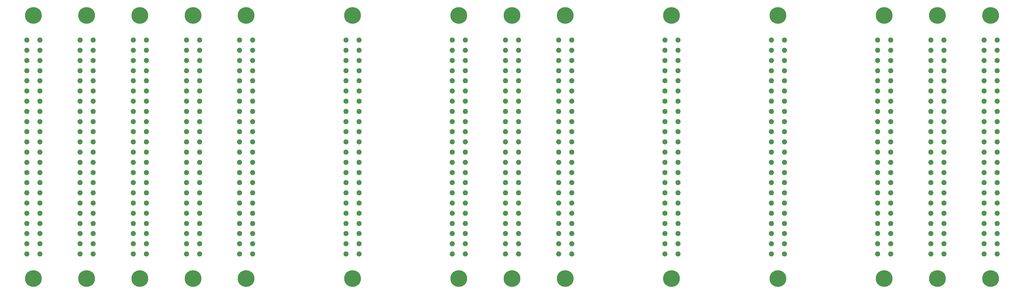
<source format=gbr>
G04 start of page 4 for group 5 idx 5 *
G04 Title: (unknown), bottom *
G04 Creator: pcb 20110918 *
G04 CreationDate: Fri Mar 28 21:41:01 2014 UTC *
G04 For: fosse *
G04 Format: Gerber/RS-274X *
G04 PCB-Dimensions: 1525000 500000 *
G04 PCB-Coordinate-Origin: lower left *
%MOIN*%
%FSLAX25Y25*%
%LNBOTTOM*%
%ADD31C,0.0380*%
%ADD30C,0.1280*%
%ADD29C,0.0780*%
%ADD28C,0.2560*%
G54D28*X678000Y477500D03*
G54D29*X688000Y439700D03*
X668000D03*
G54D28*X759200Y477500D03*
G54D29*X688000Y424100D03*
X668000D03*
Y408500D03*
X688000D03*
Y392900D03*
Y377300D03*
Y361700D03*
Y346100D03*
Y330500D03*
Y314900D03*
Y299300D03*
Y283700D03*
X668000Y392900D03*
Y377300D03*
Y361700D03*
Y346100D03*
Y330500D03*
Y314900D03*
Y299300D03*
Y283700D03*
G54D28*X840500Y477500D03*
G54D29*X850500Y439700D03*
X830500D03*
X850500Y424100D03*
X830500D03*
Y408500D03*
X850500D03*
Y392900D03*
Y377300D03*
Y361700D03*
Y346100D03*
Y330500D03*
Y314900D03*
Y299300D03*
Y283700D03*
X830500Y392900D03*
Y377300D03*
Y361700D03*
Y346100D03*
Y330500D03*
Y314900D03*
Y299300D03*
Y283700D03*
X749200Y439700D03*
Y424100D03*
Y408500D03*
Y392900D03*
Y377300D03*
Y361700D03*
Y346100D03*
Y330500D03*
Y314900D03*
Y299300D03*
Y283700D03*
X769200Y439700D03*
Y424100D03*
Y408500D03*
Y392900D03*
Y377300D03*
Y361700D03*
Y346100D03*
Y330500D03*
Y314900D03*
Y299300D03*
Y283700D03*
X668000Y268100D03*
Y252500D03*
Y236900D03*
Y221300D03*
Y205700D03*
Y190100D03*
Y174500D03*
Y158900D03*
Y143300D03*
Y127700D03*
Y112100D03*
X850500Y268100D03*
Y252500D03*
Y236900D03*
X830500Y268100D03*
Y252500D03*
Y236900D03*
X850500Y221300D03*
X830500D03*
X850500Y205700D03*
X830500D03*
X850500Y190100D03*
X830500D03*
X1013000Y205700D03*
X993000D03*
Y190100D03*
X1013000D03*
Y174500D03*
Y158900D03*
Y143300D03*
Y127700D03*
Y112100D03*
X993000Y174500D03*
Y158900D03*
Y143300D03*
Y127700D03*
Y112100D03*
X850500Y174500D03*
X830500D03*
Y158900D03*
Y143300D03*
Y127700D03*
Y112100D03*
X850500Y158900D03*
Y143300D03*
Y127700D03*
Y112100D03*
X749200Y268100D03*
X769200D03*
Y252500D03*
X749200D03*
Y236900D03*
Y221300D03*
Y205700D03*
Y190100D03*
X769200Y236900D03*
Y221300D03*
Y205700D03*
Y190100D03*
X749200Y174500D03*
X769200D03*
X749200Y158900D03*
Y143300D03*
Y127700D03*
G54D28*X759200Y74300D03*
G54D29*X749200Y112100D03*
X769200Y158900D03*
Y143300D03*
Y127700D03*
Y112100D03*
G54D28*X1003000Y477500D03*
G54D29*X1013000Y439700D03*
X993000D03*
X1013000Y424100D03*
X993000D03*
Y408500D03*
X1013000D03*
Y392900D03*
Y377300D03*
Y361700D03*
Y346100D03*
Y330500D03*
Y314900D03*
Y299300D03*
Y283700D03*
X993000Y392900D03*
Y377300D03*
Y361700D03*
Y346100D03*
Y330500D03*
Y314900D03*
Y299300D03*
Y283700D03*
G54D28*X1165500Y477500D03*
G54D29*X1175500Y439700D03*
X1155500D03*
X1175500Y424100D03*
X1155500D03*
Y408500D03*
X1175500D03*
Y392900D03*
Y377300D03*
Y361700D03*
Y346100D03*
Y330500D03*
Y314900D03*
Y299300D03*
Y283700D03*
X1155500Y392900D03*
Y377300D03*
Y361700D03*
Y346100D03*
Y330500D03*
Y314900D03*
Y299300D03*
Y283700D03*
G54D28*X1328000Y477500D03*
G54D29*X1338000Y439700D03*
X1318000D03*
G54D28*X1409200Y477500D03*
G54D29*X1338000Y424100D03*
X1318000D03*
Y408500D03*
X1338000D03*
Y392900D03*
Y377300D03*
Y361700D03*
Y346100D03*
Y330500D03*
Y314900D03*
Y299300D03*
Y283700D03*
X1318000Y392900D03*
Y377300D03*
Y361700D03*
Y346100D03*
Y330500D03*
Y314900D03*
Y299300D03*
Y283700D03*
G54D28*X1490500Y477500D03*
G54D29*X1500500Y439700D03*
X1480500D03*
X1500500Y424100D03*
X1480500D03*
Y408500D03*
X1500500D03*
Y392900D03*
Y377300D03*
Y361700D03*
Y346100D03*
Y330500D03*
Y314900D03*
Y299300D03*
Y283700D03*
X1480500Y392900D03*
Y377300D03*
Y361700D03*
Y346100D03*
Y330500D03*
Y314900D03*
Y299300D03*
Y283700D03*
X1399200Y439700D03*
Y424100D03*
Y408500D03*
Y392900D03*
Y377300D03*
Y361700D03*
Y346100D03*
Y330500D03*
Y314900D03*
Y299300D03*
Y283700D03*
X1419200Y439700D03*
Y424100D03*
Y408500D03*
Y392900D03*
Y377300D03*
Y361700D03*
Y346100D03*
Y330500D03*
Y314900D03*
Y299300D03*
Y283700D03*
X1013000Y268100D03*
X993000D03*
X1013000Y221300D03*
X993000D03*
X1175500Y268100D03*
X1155500D03*
Y252500D03*
Y236900D03*
Y221300D03*
X1175500Y252500D03*
Y236900D03*
Y221300D03*
X1013000Y252500D03*
X993000D03*
X1013000Y236900D03*
X993000D03*
X1338000Y268100D03*
X1318000D03*
X1500500D03*
X1480500D03*
X1399200D03*
X1419200D03*
X1338000Y252500D03*
X1318000D03*
X1500500D03*
X1480500D03*
X1399200D03*
X1419200D03*
X1338000Y236900D03*
X1318000D03*
X1500500D03*
X1480500D03*
X1399200D03*
X1419200D03*
G54D28*X1165500Y74300D03*
X1328000D03*
X1490500D03*
X1409200D03*
G54D29*X1175500Y158900D03*
Y143300D03*
Y127700D03*
Y112100D03*
X1155500Y174500D03*
Y158900D03*
Y143300D03*
Y127700D03*
Y112100D03*
X1318000Y143300D03*
Y127700D03*
Y112100D03*
X1419200Y158900D03*
Y143300D03*
Y127700D03*
Y112100D03*
X1175500Y205700D03*
Y190100D03*
Y174500D03*
X1155500Y205700D03*
X1338000D03*
X1318000D03*
X1155500Y190100D03*
X1338000D03*
Y174500D03*
Y158900D03*
Y143300D03*
Y127700D03*
Y112100D03*
X1318000Y190100D03*
X1338000Y221300D03*
X1318000D03*
X1399200D03*
X1500500D03*
Y205700D03*
X1480500Y221300D03*
Y205700D03*
X1399200D03*
X1419200Y221300D03*
Y205700D03*
X1318000Y174500D03*
X1399200Y190100D03*
X1419200D03*
X1500500Y158900D03*
Y143300D03*
Y127700D03*
Y112100D03*
X1480500Y158900D03*
Y143300D03*
X1500500Y190100D03*
Y174500D03*
X1480500Y190100D03*
Y174500D03*
X1318000Y158900D03*
X1480500Y127700D03*
Y112100D03*
X1399200Y174500D03*
Y158900D03*
Y143300D03*
Y127700D03*
Y112100D03*
X1419200Y174500D03*
G54D28*X28000Y74300D03*
X109200D03*
G54D29*X99200Y127700D03*
Y112100D03*
X119200Y127700D03*
Y112100D03*
G54D28*X190500Y74300D03*
X271700D03*
X353000D03*
X515500D03*
X678000D03*
X840500D03*
X1003000D03*
X353000Y477500D03*
G54D29*X363000Y439700D03*
X343000D03*
X363000Y424100D03*
X343000D03*
Y408500D03*
X363000D03*
Y392900D03*
Y377300D03*
Y361700D03*
Y346100D03*
Y330500D03*
Y314900D03*
Y299300D03*
Y283700D03*
X343000Y392900D03*
Y377300D03*
Y361700D03*
Y346100D03*
Y330500D03*
Y314900D03*
Y299300D03*
Y283700D03*
G54D28*X515500Y477500D03*
G54D29*X525500Y439700D03*
X505500D03*
X525500Y424100D03*
X505500D03*
Y408500D03*
X525500D03*
Y392900D03*
Y377300D03*
Y361700D03*
Y346100D03*
Y330500D03*
Y314900D03*
Y299300D03*
Y283700D03*
X505500Y392900D03*
Y377300D03*
Y361700D03*
Y346100D03*
Y330500D03*
Y314900D03*
Y299300D03*
Y283700D03*
X119200Y268100D03*
Y252500D03*
Y236900D03*
Y221300D03*
Y205700D03*
Y190100D03*
Y174500D03*
Y158900D03*
Y143300D03*
X525500Y268100D03*
Y252500D03*
X505500Y268100D03*
Y252500D03*
X525500Y205700D03*
Y236900D03*
Y221300D03*
X505500Y236900D03*
Y221300D03*
Y205700D03*
Y190100D03*
Y174500D03*
Y158900D03*
Y143300D03*
Y127700D03*
Y112100D03*
X525500Y190100D03*
Y174500D03*
Y158900D03*
Y143300D03*
Y127700D03*
Y112100D03*
X688000Y268100D03*
Y252500D03*
Y236900D03*
Y221300D03*
Y205700D03*
Y190100D03*
Y174500D03*
Y158900D03*
Y143300D03*
Y127700D03*
Y112100D03*
G54D28*X28000Y477500D03*
G54D29*X18000Y439700D03*
Y424100D03*
Y408500D03*
Y392900D03*
Y377300D03*
X38000Y439700D03*
Y424100D03*
Y408500D03*
Y392900D03*
Y377300D03*
Y361700D03*
X18000D03*
X38000Y346100D03*
X18000D03*
X38000Y330500D03*
X18000D03*
Y314900D03*
Y299300D03*
Y283700D03*
X38000Y314900D03*
Y299300D03*
Y283700D03*
G54D28*X109200Y477500D03*
G54D29*X99200Y439700D03*
X119200D03*
Y424100D03*
X99200D03*
Y408500D03*
Y392900D03*
X119200Y408500D03*
Y392900D03*
Y377300D03*
X99200D03*
Y361700D03*
Y346100D03*
Y330500D03*
Y314900D03*
Y299300D03*
Y283700D03*
X119200Y361700D03*
Y346100D03*
Y330500D03*
Y314900D03*
Y299300D03*
Y283700D03*
X200500Y268100D03*
X180500D03*
X200500Y252500D03*
X180500D03*
Y236900D03*
X363000Y268100D03*
X343000D03*
X363000Y252500D03*
X343000D03*
X363000Y236900D03*
X343000D03*
Y221300D03*
X363000D03*
Y205700D03*
Y190100D03*
Y174500D03*
Y158900D03*
Y143300D03*
Y127700D03*
Y112100D03*
X343000Y205700D03*
Y190100D03*
Y174500D03*
Y158900D03*
G54D28*X190500Y477500D03*
G54D29*X200500Y439700D03*
X180500D03*
G54D28*X271700Y477500D03*
G54D29*X200500Y424100D03*
X180500D03*
Y408500D03*
X200500D03*
Y392900D03*
Y377300D03*
Y361700D03*
Y346100D03*
Y330500D03*
Y314900D03*
Y299300D03*
Y283700D03*
X180500Y392900D03*
Y377300D03*
Y361700D03*
Y346100D03*
Y330500D03*
Y314900D03*
Y299300D03*
Y283700D03*
X261700Y439700D03*
Y424100D03*
Y408500D03*
Y392900D03*
Y377300D03*
Y361700D03*
Y346100D03*
Y330500D03*
Y314900D03*
Y299300D03*
Y283700D03*
X281700Y439700D03*
Y424100D03*
Y408500D03*
Y392900D03*
Y377300D03*
Y361700D03*
Y346100D03*
Y330500D03*
Y314900D03*
Y299300D03*
Y283700D03*
X38000Y268100D03*
Y252500D03*
Y236900D03*
Y221300D03*
X99200Y268100D03*
Y252500D03*
X18000Y268100D03*
Y252500D03*
Y236900D03*
Y221300D03*
Y205700D03*
Y190100D03*
Y174500D03*
Y158900D03*
Y143300D03*
Y127700D03*
Y112100D03*
X200500Y236900D03*
Y221300D03*
Y205700D03*
Y190100D03*
Y174500D03*
Y158900D03*
Y143300D03*
X180500Y221300D03*
Y205700D03*
Y190100D03*
Y174500D03*
Y158900D03*
Y143300D03*
Y127700D03*
Y112100D03*
X200500Y127700D03*
Y112100D03*
X343000D03*
X261700D03*
X281700D03*
X261700Y174500D03*
Y158900D03*
X281700Y174500D03*
Y158900D03*
X343000Y143300D03*
Y127700D03*
X261700Y143300D03*
Y127700D03*
X281700Y143300D03*
Y127700D03*
X261700Y268100D03*
Y252500D03*
X281700Y268100D03*
Y252500D03*
X261700Y205700D03*
Y190100D03*
Y236900D03*
Y221300D03*
X281700Y236900D03*
Y221300D03*
Y205700D03*
Y190100D03*
X38000Y205700D03*
Y190100D03*
Y174500D03*
Y158900D03*
Y143300D03*
Y127700D03*
Y112100D03*
X99200Y236900D03*
Y221300D03*
Y205700D03*
Y190100D03*
Y174500D03*
Y158900D03*
Y143300D03*
G54D30*G54D31*G54D30*G54D31*G54D30*G54D31*G54D30*G54D31*G54D30*G54D31*G54D30*G54D31*G54D30*G54D31*G54D30*G54D31*G54D30*G54D31*G54D30*G54D31*G54D30*G54D31*G54D30*G54D31*G54D30*G54D31*G54D30*G54D31*G54D30*G54D31*G54D30*G54D31*G54D30*G54D31*M02*

</source>
